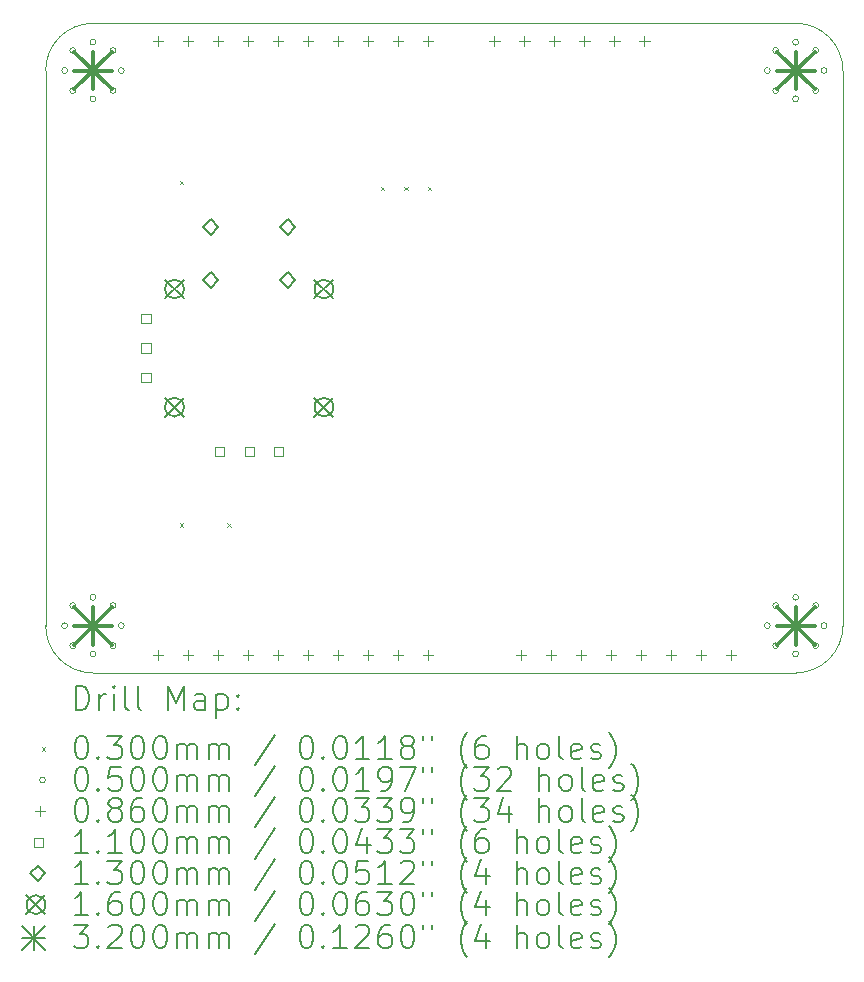
<source format=gbr>
%TF.GenerationSoftware,KiCad,Pcbnew,(6.0.10)*%
%TF.CreationDate,2023-06-21T21:11:55+02:00*%
%TF.ProjectId,FOX-PDA-v1 controller shield,464f582d-5044-4412-9d76-3120636f6e74,rev?*%
%TF.SameCoordinates,Original*%
%TF.FileFunction,Drillmap*%
%TF.FilePolarity,Positive*%
%FSLAX45Y45*%
G04 Gerber Fmt 4.5, Leading zero omitted, Abs format (unit mm)*
G04 Created by KiCad (PCBNEW (6.0.10)) date 2023-06-21 21:11:55*
%MOMM*%
%LPD*%
G01*
G04 APERTURE LIST*
%ADD10C,0.050000*%
%ADD11C,0.200000*%
%ADD12C,0.030000*%
%ADD13C,0.086000*%
%ADD14C,0.110000*%
%ADD15C,0.130000*%
%ADD16C,0.160000*%
%ADD17C,0.320000*%
G04 APERTURE END LIST*
D10*
X18500000Y-7250000D02*
X18500000Y-11950000D01*
X12150000Y-6850000D02*
X18100000Y-6850000D01*
X11750000Y-11950000D02*
G75*
G03*
X12150000Y-12350000I400000J0D01*
G01*
X18500000Y-7250000D02*
G75*
G03*
X18100000Y-6850000I-400000J0D01*
G01*
X12150000Y-6850000D02*
G75*
G03*
X11750000Y-7250000I0J-400000D01*
G01*
X18100000Y-12350000D02*
X12150000Y-12350000D01*
X11750000Y-11950000D02*
X11750000Y-7250000D01*
X18100000Y-12350000D02*
G75*
G03*
X18500000Y-11950000I0J400000D01*
G01*
D11*
D12*
X12885000Y-8185000D02*
X12915000Y-8215000D01*
X12915000Y-8185000D02*
X12885000Y-8215000D01*
X12885000Y-11085000D02*
X12915000Y-11115000D01*
X12915000Y-11085000D02*
X12885000Y-11115000D01*
X13285000Y-11085000D02*
X13315000Y-11115000D01*
X13315000Y-11085000D02*
X13285000Y-11115000D01*
X14585000Y-8235000D02*
X14615000Y-8265000D01*
X14615000Y-8235000D02*
X14585000Y-8265000D01*
X14785000Y-8235000D02*
X14815000Y-8265000D01*
X14815000Y-8235000D02*
X14785000Y-8265000D01*
X14985000Y-8235000D02*
X15015000Y-8265000D01*
X15015000Y-8235000D02*
X14985000Y-8265000D01*
D10*
X11935000Y-7250000D02*
G75*
G03*
X11935000Y-7250000I-25000J0D01*
G01*
X11935000Y-11950000D02*
G75*
G03*
X11935000Y-11950000I-25000J0D01*
G01*
X12005294Y-7080294D02*
G75*
G03*
X12005294Y-7080294I-25000J0D01*
G01*
X12005294Y-7419706D02*
G75*
G03*
X12005294Y-7419706I-25000J0D01*
G01*
X12005294Y-11780294D02*
G75*
G03*
X12005294Y-11780294I-25000J0D01*
G01*
X12005294Y-12119706D02*
G75*
G03*
X12005294Y-12119706I-25000J0D01*
G01*
X12175000Y-7010000D02*
G75*
G03*
X12175000Y-7010000I-25000J0D01*
G01*
X12175000Y-7490000D02*
G75*
G03*
X12175000Y-7490000I-25000J0D01*
G01*
X12175000Y-11710000D02*
G75*
G03*
X12175000Y-11710000I-25000J0D01*
G01*
X12175000Y-12190000D02*
G75*
G03*
X12175000Y-12190000I-25000J0D01*
G01*
X12344706Y-7080294D02*
G75*
G03*
X12344706Y-7080294I-25000J0D01*
G01*
X12344706Y-7419706D02*
G75*
G03*
X12344706Y-7419706I-25000J0D01*
G01*
X12344706Y-11780294D02*
G75*
G03*
X12344706Y-11780294I-25000J0D01*
G01*
X12344706Y-12119706D02*
G75*
G03*
X12344706Y-12119706I-25000J0D01*
G01*
X12415000Y-7250000D02*
G75*
G03*
X12415000Y-7250000I-25000J0D01*
G01*
X12415000Y-11950000D02*
G75*
G03*
X12415000Y-11950000I-25000J0D01*
G01*
X17885000Y-7250000D02*
G75*
G03*
X17885000Y-7250000I-25000J0D01*
G01*
X17885000Y-11950000D02*
G75*
G03*
X17885000Y-11950000I-25000J0D01*
G01*
X17955294Y-7080294D02*
G75*
G03*
X17955294Y-7080294I-25000J0D01*
G01*
X17955294Y-7419706D02*
G75*
G03*
X17955294Y-7419706I-25000J0D01*
G01*
X17955294Y-11780294D02*
G75*
G03*
X17955294Y-11780294I-25000J0D01*
G01*
X17955294Y-12119706D02*
G75*
G03*
X17955294Y-12119706I-25000J0D01*
G01*
X18125000Y-7010000D02*
G75*
G03*
X18125000Y-7010000I-25000J0D01*
G01*
X18125000Y-7490000D02*
G75*
G03*
X18125000Y-7490000I-25000J0D01*
G01*
X18125000Y-11710000D02*
G75*
G03*
X18125000Y-11710000I-25000J0D01*
G01*
X18125000Y-12190000D02*
G75*
G03*
X18125000Y-12190000I-25000J0D01*
G01*
X18294706Y-7080294D02*
G75*
G03*
X18294706Y-7080294I-25000J0D01*
G01*
X18294706Y-7419706D02*
G75*
G03*
X18294706Y-7419706I-25000J0D01*
G01*
X18294706Y-11780294D02*
G75*
G03*
X18294706Y-11780294I-25000J0D01*
G01*
X18294706Y-12119706D02*
G75*
G03*
X18294706Y-12119706I-25000J0D01*
G01*
X18365000Y-7250000D02*
G75*
G03*
X18365000Y-7250000I-25000J0D01*
G01*
X18365000Y-11950000D02*
G75*
G03*
X18365000Y-11950000I-25000J0D01*
G01*
D13*
X12700000Y-6957000D02*
X12700000Y-7043000D01*
X12657000Y-7000000D02*
X12743000Y-7000000D01*
X12700000Y-12157000D02*
X12700000Y-12243000D01*
X12657000Y-12200000D02*
X12743000Y-12200000D01*
X12954000Y-6957000D02*
X12954000Y-7043000D01*
X12911000Y-7000000D02*
X12997000Y-7000000D01*
X12954000Y-12157000D02*
X12954000Y-12243000D01*
X12911000Y-12200000D02*
X12997000Y-12200000D01*
X13208000Y-6957000D02*
X13208000Y-7043000D01*
X13165000Y-7000000D02*
X13251000Y-7000000D01*
X13208000Y-12157000D02*
X13208000Y-12243000D01*
X13165000Y-12200000D02*
X13251000Y-12200000D01*
X13462000Y-6957000D02*
X13462000Y-7043000D01*
X13419000Y-7000000D02*
X13505000Y-7000000D01*
X13462000Y-12157000D02*
X13462000Y-12243000D01*
X13419000Y-12200000D02*
X13505000Y-12200000D01*
X13716000Y-6957000D02*
X13716000Y-7043000D01*
X13673000Y-7000000D02*
X13759000Y-7000000D01*
X13716000Y-12157000D02*
X13716000Y-12243000D01*
X13673000Y-12200000D02*
X13759000Y-12200000D01*
X13970000Y-6957000D02*
X13970000Y-7043000D01*
X13927000Y-7000000D02*
X14013000Y-7000000D01*
X13970000Y-12157000D02*
X13970000Y-12243000D01*
X13927000Y-12200000D02*
X14013000Y-12200000D01*
X14224000Y-6957000D02*
X14224000Y-7043000D01*
X14181000Y-7000000D02*
X14267000Y-7000000D01*
X14224000Y-12157000D02*
X14224000Y-12243000D01*
X14181000Y-12200000D02*
X14267000Y-12200000D01*
X14478000Y-6957000D02*
X14478000Y-7043000D01*
X14435000Y-7000000D02*
X14521000Y-7000000D01*
X14478000Y-12157000D02*
X14478000Y-12243000D01*
X14435000Y-12200000D02*
X14521000Y-12200000D01*
X14732000Y-6957000D02*
X14732000Y-7043000D01*
X14689000Y-7000000D02*
X14775000Y-7000000D01*
X14732000Y-12157000D02*
X14732000Y-12243000D01*
X14689000Y-12200000D02*
X14775000Y-12200000D01*
X14986000Y-6957000D02*
X14986000Y-7043000D01*
X14943000Y-7000000D02*
X15029000Y-7000000D01*
X14986000Y-12157000D02*
X14986000Y-12243000D01*
X14943000Y-12200000D02*
X15029000Y-12200000D01*
X15550000Y-6957000D02*
X15550000Y-7043000D01*
X15507000Y-7000000D02*
X15593000Y-7000000D01*
X15772000Y-12157000D02*
X15772000Y-12243000D01*
X15729000Y-12200000D02*
X15815000Y-12200000D01*
X15804000Y-6957000D02*
X15804000Y-7043000D01*
X15761000Y-7000000D02*
X15847000Y-7000000D01*
X16026000Y-12157000D02*
X16026000Y-12243000D01*
X15983000Y-12200000D02*
X16069000Y-12200000D01*
X16058000Y-6957000D02*
X16058000Y-7043000D01*
X16015000Y-7000000D02*
X16101000Y-7000000D01*
X16280000Y-12157000D02*
X16280000Y-12243000D01*
X16237000Y-12200000D02*
X16323000Y-12200000D01*
X16312000Y-6957000D02*
X16312000Y-7043000D01*
X16269000Y-7000000D02*
X16355000Y-7000000D01*
X16534000Y-12157000D02*
X16534000Y-12243000D01*
X16491000Y-12200000D02*
X16577000Y-12200000D01*
X16566000Y-6957000D02*
X16566000Y-7043000D01*
X16523000Y-7000000D02*
X16609000Y-7000000D01*
X16788000Y-12157000D02*
X16788000Y-12243000D01*
X16745000Y-12200000D02*
X16831000Y-12200000D01*
X16820000Y-6957000D02*
X16820000Y-7043000D01*
X16777000Y-7000000D02*
X16863000Y-7000000D01*
X17042000Y-12157000D02*
X17042000Y-12243000D01*
X16999000Y-12200000D02*
X17085000Y-12200000D01*
X17296000Y-12157000D02*
X17296000Y-12243000D01*
X17253000Y-12200000D02*
X17339000Y-12200000D01*
X17550000Y-12157000D02*
X17550000Y-12243000D01*
X17507000Y-12200000D02*
X17593000Y-12200000D01*
D14*
X12638891Y-9388891D02*
X12638891Y-9311109D01*
X12561109Y-9311109D01*
X12561109Y-9388891D01*
X12638891Y-9388891D01*
X12638891Y-9638891D02*
X12638891Y-9561109D01*
X12561109Y-9561109D01*
X12561109Y-9638891D01*
X12638891Y-9638891D01*
X12638891Y-9888891D02*
X12638891Y-9811109D01*
X12561109Y-9811109D01*
X12561109Y-9888891D01*
X12638891Y-9888891D01*
X13261891Y-10511891D02*
X13261891Y-10434109D01*
X13184109Y-10434109D01*
X13184109Y-10511891D01*
X13261891Y-10511891D01*
X13511891Y-10511891D02*
X13511891Y-10434109D01*
X13434109Y-10434109D01*
X13434109Y-10511891D01*
X13511891Y-10511891D01*
X13761891Y-10511891D02*
X13761891Y-10434109D01*
X13684109Y-10434109D01*
X13684109Y-10511891D01*
X13761891Y-10511891D01*
D15*
X13148000Y-8640000D02*
X13213000Y-8575000D01*
X13148000Y-8510000D01*
X13083000Y-8575000D01*
X13148000Y-8640000D01*
X13148000Y-9090000D02*
X13213000Y-9025000D01*
X13148000Y-8960000D01*
X13083000Y-9025000D01*
X13148000Y-9090000D01*
X13798000Y-8640000D02*
X13863000Y-8575000D01*
X13798000Y-8510000D01*
X13733000Y-8575000D01*
X13798000Y-8640000D01*
X13798000Y-9090000D02*
X13863000Y-9025000D01*
X13798000Y-8960000D01*
X13733000Y-9025000D01*
X13798000Y-9090000D01*
D16*
X12760500Y-9020000D02*
X12920500Y-9180000D01*
X12920500Y-9020000D02*
X12760500Y-9180000D01*
X12920500Y-9100000D02*
G75*
G03*
X12920500Y-9100000I-80000J0D01*
G01*
X12760500Y-10020000D02*
X12920500Y-10180000D01*
X12920500Y-10020000D02*
X12760500Y-10180000D01*
X12920500Y-10100000D02*
G75*
G03*
X12920500Y-10100000I-80000J0D01*
G01*
X14025500Y-9020000D02*
X14185500Y-9180000D01*
X14185500Y-9020000D02*
X14025500Y-9180000D01*
X14185500Y-9100000D02*
G75*
G03*
X14185500Y-9100000I-80000J0D01*
G01*
X14025500Y-10020000D02*
X14185500Y-10180000D01*
X14185500Y-10020000D02*
X14025500Y-10180000D01*
X14185500Y-10100000D02*
G75*
G03*
X14185500Y-10100000I-80000J0D01*
G01*
D17*
X11990000Y-7090000D02*
X12310000Y-7410000D01*
X12310000Y-7090000D02*
X11990000Y-7410000D01*
X12150000Y-7090000D02*
X12150000Y-7410000D01*
X11990000Y-7250000D02*
X12310000Y-7250000D01*
X11990000Y-11790000D02*
X12310000Y-12110000D01*
X12310000Y-11790000D02*
X11990000Y-12110000D01*
X12150000Y-11790000D02*
X12150000Y-12110000D01*
X11990000Y-11950000D02*
X12310000Y-11950000D01*
X17940000Y-7090000D02*
X18260000Y-7410000D01*
X18260000Y-7090000D02*
X17940000Y-7410000D01*
X18100000Y-7090000D02*
X18100000Y-7410000D01*
X17940000Y-7250000D02*
X18260000Y-7250000D01*
X17940000Y-11790000D02*
X18260000Y-12110000D01*
X18260000Y-11790000D02*
X17940000Y-12110000D01*
X18100000Y-11790000D02*
X18100000Y-12110000D01*
X17940000Y-11950000D02*
X18260000Y-11950000D01*
D11*
X12005119Y-12662976D02*
X12005119Y-12462976D01*
X12052738Y-12462976D01*
X12081309Y-12472500D01*
X12100357Y-12491548D01*
X12109881Y-12510595D01*
X12119405Y-12548690D01*
X12119405Y-12577262D01*
X12109881Y-12615357D01*
X12100357Y-12634405D01*
X12081309Y-12653452D01*
X12052738Y-12662976D01*
X12005119Y-12662976D01*
X12205119Y-12662976D02*
X12205119Y-12529643D01*
X12205119Y-12567738D02*
X12214643Y-12548690D01*
X12224167Y-12539167D01*
X12243214Y-12529643D01*
X12262262Y-12529643D01*
X12328928Y-12662976D02*
X12328928Y-12529643D01*
X12328928Y-12462976D02*
X12319405Y-12472500D01*
X12328928Y-12482024D01*
X12338452Y-12472500D01*
X12328928Y-12462976D01*
X12328928Y-12482024D01*
X12452738Y-12662976D02*
X12433690Y-12653452D01*
X12424167Y-12634405D01*
X12424167Y-12462976D01*
X12557500Y-12662976D02*
X12538452Y-12653452D01*
X12528928Y-12634405D01*
X12528928Y-12462976D01*
X12786071Y-12662976D02*
X12786071Y-12462976D01*
X12852738Y-12605833D01*
X12919405Y-12462976D01*
X12919405Y-12662976D01*
X13100357Y-12662976D02*
X13100357Y-12558214D01*
X13090833Y-12539167D01*
X13071786Y-12529643D01*
X13033690Y-12529643D01*
X13014643Y-12539167D01*
X13100357Y-12653452D02*
X13081309Y-12662976D01*
X13033690Y-12662976D01*
X13014643Y-12653452D01*
X13005119Y-12634405D01*
X13005119Y-12615357D01*
X13014643Y-12596309D01*
X13033690Y-12586786D01*
X13081309Y-12586786D01*
X13100357Y-12577262D01*
X13195595Y-12529643D02*
X13195595Y-12729643D01*
X13195595Y-12539167D02*
X13214643Y-12529643D01*
X13252738Y-12529643D01*
X13271786Y-12539167D01*
X13281309Y-12548690D01*
X13290833Y-12567738D01*
X13290833Y-12624881D01*
X13281309Y-12643928D01*
X13271786Y-12653452D01*
X13252738Y-12662976D01*
X13214643Y-12662976D01*
X13195595Y-12653452D01*
X13376548Y-12643928D02*
X13386071Y-12653452D01*
X13376548Y-12662976D01*
X13367024Y-12653452D01*
X13376548Y-12643928D01*
X13376548Y-12662976D01*
X13376548Y-12539167D02*
X13386071Y-12548690D01*
X13376548Y-12558214D01*
X13367024Y-12548690D01*
X13376548Y-12539167D01*
X13376548Y-12558214D01*
D12*
X11717500Y-12977500D02*
X11747500Y-13007500D01*
X11747500Y-12977500D02*
X11717500Y-13007500D01*
D11*
X12043214Y-12882976D02*
X12062262Y-12882976D01*
X12081309Y-12892500D01*
X12090833Y-12902024D01*
X12100357Y-12921071D01*
X12109881Y-12959167D01*
X12109881Y-13006786D01*
X12100357Y-13044881D01*
X12090833Y-13063928D01*
X12081309Y-13073452D01*
X12062262Y-13082976D01*
X12043214Y-13082976D01*
X12024167Y-13073452D01*
X12014643Y-13063928D01*
X12005119Y-13044881D01*
X11995595Y-13006786D01*
X11995595Y-12959167D01*
X12005119Y-12921071D01*
X12014643Y-12902024D01*
X12024167Y-12892500D01*
X12043214Y-12882976D01*
X12195595Y-13063928D02*
X12205119Y-13073452D01*
X12195595Y-13082976D01*
X12186071Y-13073452D01*
X12195595Y-13063928D01*
X12195595Y-13082976D01*
X12271786Y-12882976D02*
X12395595Y-12882976D01*
X12328928Y-12959167D01*
X12357500Y-12959167D01*
X12376548Y-12968690D01*
X12386071Y-12978214D01*
X12395595Y-12997262D01*
X12395595Y-13044881D01*
X12386071Y-13063928D01*
X12376548Y-13073452D01*
X12357500Y-13082976D01*
X12300357Y-13082976D01*
X12281309Y-13073452D01*
X12271786Y-13063928D01*
X12519405Y-12882976D02*
X12538452Y-12882976D01*
X12557500Y-12892500D01*
X12567024Y-12902024D01*
X12576548Y-12921071D01*
X12586071Y-12959167D01*
X12586071Y-13006786D01*
X12576548Y-13044881D01*
X12567024Y-13063928D01*
X12557500Y-13073452D01*
X12538452Y-13082976D01*
X12519405Y-13082976D01*
X12500357Y-13073452D01*
X12490833Y-13063928D01*
X12481309Y-13044881D01*
X12471786Y-13006786D01*
X12471786Y-12959167D01*
X12481309Y-12921071D01*
X12490833Y-12902024D01*
X12500357Y-12892500D01*
X12519405Y-12882976D01*
X12709881Y-12882976D02*
X12728928Y-12882976D01*
X12747976Y-12892500D01*
X12757500Y-12902024D01*
X12767024Y-12921071D01*
X12776548Y-12959167D01*
X12776548Y-13006786D01*
X12767024Y-13044881D01*
X12757500Y-13063928D01*
X12747976Y-13073452D01*
X12728928Y-13082976D01*
X12709881Y-13082976D01*
X12690833Y-13073452D01*
X12681309Y-13063928D01*
X12671786Y-13044881D01*
X12662262Y-13006786D01*
X12662262Y-12959167D01*
X12671786Y-12921071D01*
X12681309Y-12902024D01*
X12690833Y-12892500D01*
X12709881Y-12882976D01*
X12862262Y-13082976D02*
X12862262Y-12949643D01*
X12862262Y-12968690D02*
X12871786Y-12959167D01*
X12890833Y-12949643D01*
X12919405Y-12949643D01*
X12938452Y-12959167D01*
X12947976Y-12978214D01*
X12947976Y-13082976D01*
X12947976Y-12978214D02*
X12957500Y-12959167D01*
X12976548Y-12949643D01*
X13005119Y-12949643D01*
X13024167Y-12959167D01*
X13033690Y-12978214D01*
X13033690Y-13082976D01*
X13128928Y-13082976D02*
X13128928Y-12949643D01*
X13128928Y-12968690D02*
X13138452Y-12959167D01*
X13157500Y-12949643D01*
X13186071Y-12949643D01*
X13205119Y-12959167D01*
X13214643Y-12978214D01*
X13214643Y-13082976D01*
X13214643Y-12978214D02*
X13224167Y-12959167D01*
X13243214Y-12949643D01*
X13271786Y-12949643D01*
X13290833Y-12959167D01*
X13300357Y-12978214D01*
X13300357Y-13082976D01*
X13690833Y-12873452D02*
X13519405Y-13130595D01*
X13947976Y-12882976D02*
X13967024Y-12882976D01*
X13986071Y-12892500D01*
X13995595Y-12902024D01*
X14005119Y-12921071D01*
X14014643Y-12959167D01*
X14014643Y-13006786D01*
X14005119Y-13044881D01*
X13995595Y-13063928D01*
X13986071Y-13073452D01*
X13967024Y-13082976D01*
X13947976Y-13082976D01*
X13928928Y-13073452D01*
X13919405Y-13063928D01*
X13909881Y-13044881D01*
X13900357Y-13006786D01*
X13900357Y-12959167D01*
X13909881Y-12921071D01*
X13919405Y-12902024D01*
X13928928Y-12892500D01*
X13947976Y-12882976D01*
X14100357Y-13063928D02*
X14109881Y-13073452D01*
X14100357Y-13082976D01*
X14090833Y-13073452D01*
X14100357Y-13063928D01*
X14100357Y-13082976D01*
X14233690Y-12882976D02*
X14252738Y-12882976D01*
X14271786Y-12892500D01*
X14281309Y-12902024D01*
X14290833Y-12921071D01*
X14300357Y-12959167D01*
X14300357Y-13006786D01*
X14290833Y-13044881D01*
X14281309Y-13063928D01*
X14271786Y-13073452D01*
X14252738Y-13082976D01*
X14233690Y-13082976D01*
X14214643Y-13073452D01*
X14205119Y-13063928D01*
X14195595Y-13044881D01*
X14186071Y-13006786D01*
X14186071Y-12959167D01*
X14195595Y-12921071D01*
X14205119Y-12902024D01*
X14214643Y-12892500D01*
X14233690Y-12882976D01*
X14490833Y-13082976D02*
X14376548Y-13082976D01*
X14433690Y-13082976D02*
X14433690Y-12882976D01*
X14414643Y-12911548D01*
X14395595Y-12930595D01*
X14376548Y-12940119D01*
X14681309Y-13082976D02*
X14567024Y-13082976D01*
X14624167Y-13082976D02*
X14624167Y-12882976D01*
X14605119Y-12911548D01*
X14586071Y-12930595D01*
X14567024Y-12940119D01*
X14795595Y-12968690D02*
X14776548Y-12959167D01*
X14767024Y-12949643D01*
X14757500Y-12930595D01*
X14757500Y-12921071D01*
X14767024Y-12902024D01*
X14776548Y-12892500D01*
X14795595Y-12882976D01*
X14833690Y-12882976D01*
X14852738Y-12892500D01*
X14862262Y-12902024D01*
X14871786Y-12921071D01*
X14871786Y-12930595D01*
X14862262Y-12949643D01*
X14852738Y-12959167D01*
X14833690Y-12968690D01*
X14795595Y-12968690D01*
X14776548Y-12978214D01*
X14767024Y-12987738D01*
X14757500Y-13006786D01*
X14757500Y-13044881D01*
X14767024Y-13063928D01*
X14776548Y-13073452D01*
X14795595Y-13082976D01*
X14833690Y-13082976D01*
X14852738Y-13073452D01*
X14862262Y-13063928D01*
X14871786Y-13044881D01*
X14871786Y-13006786D01*
X14862262Y-12987738D01*
X14852738Y-12978214D01*
X14833690Y-12968690D01*
X14947976Y-12882976D02*
X14947976Y-12921071D01*
X15024167Y-12882976D02*
X15024167Y-12921071D01*
X15319405Y-13159167D02*
X15309881Y-13149643D01*
X15290833Y-13121071D01*
X15281309Y-13102024D01*
X15271786Y-13073452D01*
X15262262Y-13025833D01*
X15262262Y-12987738D01*
X15271786Y-12940119D01*
X15281309Y-12911548D01*
X15290833Y-12892500D01*
X15309881Y-12863928D01*
X15319405Y-12854405D01*
X15481309Y-12882976D02*
X15443214Y-12882976D01*
X15424167Y-12892500D01*
X15414643Y-12902024D01*
X15395595Y-12930595D01*
X15386071Y-12968690D01*
X15386071Y-13044881D01*
X15395595Y-13063928D01*
X15405119Y-13073452D01*
X15424167Y-13082976D01*
X15462262Y-13082976D01*
X15481309Y-13073452D01*
X15490833Y-13063928D01*
X15500357Y-13044881D01*
X15500357Y-12997262D01*
X15490833Y-12978214D01*
X15481309Y-12968690D01*
X15462262Y-12959167D01*
X15424167Y-12959167D01*
X15405119Y-12968690D01*
X15395595Y-12978214D01*
X15386071Y-12997262D01*
X15738452Y-13082976D02*
X15738452Y-12882976D01*
X15824167Y-13082976D02*
X15824167Y-12978214D01*
X15814643Y-12959167D01*
X15795595Y-12949643D01*
X15767024Y-12949643D01*
X15747976Y-12959167D01*
X15738452Y-12968690D01*
X15947976Y-13082976D02*
X15928928Y-13073452D01*
X15919405Y-13063928D01*
X15909881Y-13044881D01*
X15909881Y-12987738D01*
X15919405Y-12968690D01*
X15928928Y-12959167D01*
X15947976Y-12949643D01*
X15976548Y-12949643D01*
X15995595Y-12959167D01*
X16005119Y-12968690D01*
X16014643Y-12987738D01*
X16014643Y-13044881D01*
X16005119Y-13063928D01*
X15995595Y-13073452D01*
X15976548Y-13082976D01*
X15947976Y-13082976D01*
X16128928Y-13082976D02*
X16109881Y-13073452D01*
X16100357Y-13054405D01*
X16100357Y-12882976D01*
X16281309Y-13073452D02*
X16262262Y-13082976D01*
X16224167Y-13082976D01*
X16205119Y-13073452D01*
X16195595Y-13054405D01*
X16195595Y-12978214D01*
X16205119Y-12959167D01*
X16224167Y-12949643D01*
X16262262Y-12949643D01*
X16281309Y-12959167D01*
X16290833Y-12978214D01*
X16290833Y-12997262D01*
X16195595Y-13016309D01*
X16367024Y-13073452D02*
X16386071Y-13082976D01*
X16424167Y-13082976D01*
X16443214Y-13073452D01*
X16452738Y-13054405D01*
X16452738Y-13044881D01*
X16443214Y-13025833D01*
X16424167Y-13016309D01*
X16395595Y-13016309D01*
X16376548Y-13006786D01*
X16367024Y-12987738D01*
X16367024Y-12978214D01*
X16376548Y-12959167D01*
X16395595Y-12949643D01*
X16424167Y-12949643D01*
X16443214Y-12959167D01*
X16519405Y-13159167D02*
X16528928Y-13149643D01*
X16547976Y-13121071D01*
X16557500Y-13102024D01*
X16567024Y-13073452D01*
X16576548Y-13025833D01*
X16576548Y-12987738D01*
X16567024Y-12940119D01*
X16557500Y-12911548D01*
X16547976Y-12892500D01*
X16528928Y-12863928D01*
X16519405Y-12854405D01*
D10*
X11747500Y-13256500D02*
G75*
G03*
X11747500Y-13256500I-25000J0D01*
G01*
D11*
X12043214Y-13146976D02*
X12062262Y-13146976D01*
X12081309Y-13156500D01*
X12090833Y-13166024D01*
X12100357Y-13185071D01*
X12109881Y-13223167D01*
X12109881Y-13270786D01*
X12100357Y-13308881D01*
X12090833Y-13327928D01*
X12081309Y-13337452D01*
X12062262Y-13346976D01*
X12043214Y-13346976D01*
X12024167Y-13337452D01*
X12014643Y-13327928D01*
X12005119Y-13308881D01*
X11995595Y-13270786D01*
X11995595Y-13223167D01*
X12005119Y-13185071D01*
X12014643Y-13166024D01*
X12024167Y-13156500D01*
X12043214Y-13146976D01*
X12195595Y-13327928D02*
X12205119Y-13337452D01*
X12195595Y-13346976D01*
X12186071Y-13337452D01*
X12195595Y-13327928D01*
X12195595Y-13346976D01*
X12386071Y-13146976D02*
X12290833Y-13146976D01*
X12281309Y-13242214D01*
X12290833Y-13232690D01*
X12309881Y-13223167D01*
X12357500Y-13223167D01*
X12376548Y-13232690D01*
X12386071Y-13242214D01*
X12395595Y-13261262D01*
X12395595Y-13308881D01*
X12386071Y-13327928D01*
X12376548Y-13337452D01*
X12357500Y-13346976D01*
X12309881Y-13346976D01*
X12290833Y-13337452D01*
X12281309Y-13327928D01*
X12519405Y-13146976D02*
X12538452Y-13146976D01*
X12557500Y-13156500D01*
X12567024Y-13166024D01*
X12576548Y-13185071D01*
X12586071Y-13223167D01*
X12586071Y-13270786D01*
X12576548Y-13308881D01*
X12567024Y-13327928D01*
X12557500Y-13337452D01*
X12538452Y-13346976D01*
X12519405Y-13346976D01*
X12500357Y-13337452D01*
X12490833Y-13327928D01*
X12481309Y-13308881D01*
X12471786Y-13270786D01*
X12471786Y-13223167D01*
X12481309Y-13185071D01*
X12490833Y-13166024D01*
X12500357Y-13156500D01*
X12519405Y-13146976D01*
X12709881Y-13146976D02*
X12728928Y-13146976D01*
X12747976Y-13156500D01*
X12757500Y-13166024D01*
X12767024Y-13185071D01*
X12776548Y-13223167D01*
X12776548Y-13270786D01*
X12767024Y-13308881D01*
X12757500Y-13327928D01*
X12747976Y-13337452D01*
X12728928Y-13346976D01*
X12709881Y-13346976D01*
X12690833Y-13337452D01*
X12681309Y-13327928D01*
X12671786Y-13308881D01*
X12662262Y-13270786D01*
X12662262Y-13223167D01*
X12671786Y-13185071D01*
X12681309Y-13166024D01*
X12690833Y-13156500D01*
X12709881Y-13146976D01*
X12862262Y-13346976D02*
X12862262Y-13213643D01*
X12862262Y-13232690D02*
X12871786Y-13223167D01*
X12890833Y-13213643D01*
X12919405Y-13213643D01*
X12938452Y-13223167D01*
X12947976Y-13242214D01*
X12947976Y-13346976D01*
X12947976Y-13242214D02*
X12957500Y-13223167D01*
X12976548Y-13213643D01*
X13005119Y-13213643D01*
X13024167Y-13223167D01*
X13033690Y-13242214D01*
X13033690Y-13346976D01*
X13128928Y-13346976D02*
X13128928Y-13213643D01*
X13128928Y-13232690D02*
X13138452Y-13223167D01*
X13157500Y-13213643D01*
X13186071Y-13213643D01*
X13205119Y-13223167D01*
X13214643Y-13242214D01*
X13214643Y-13346976D01*
X13214643Y-13242214D02*
X13224167Y-13223167D01*
X13243214Y-13213643D01*
X13271786Y-13213643D01*
X13290833Y-13223167D01*
X13300357Y-13242214D01*
X13300357Y-13346976D01*
X13690833Y-13137452D02*
X13519405Y-13394595D01*
X13947976Y-13146976D02*
X13967024Y-13146976D01*
X13986071Y-13156500D01*
X13995595Y-13166024D01*
X14005119Y-13185071D01*
X14014643Y-13223167D01*
X14014643Y-13270786D01*
X14005119Y-13308881D01*
X13995595Y-13327928D01*
X13986071Y-13337452D01*
X13967024Y-13346976D01*
X13947976Y-13346976D01*
X13928928Y-13337452D01*
X13919405Y-13327928D01*
X13909881Y-13308881D01*
X13900357Y-13270786D01*
X13900357Y-13223167D01*
X13909881Y-13185071D01*
X13919405Y-13166024D01*
X13928928Y-13156500D01*
X13947976Y-13146976D01*
X14100357Y-13327928D02*
X14109881Y-13337452D01*
X14100357Y-13346976D01*
X14090833Y-13337452D01*
X14100357Y-13327928D01*
X14100357Y-13346976D01*
X14233690Y-13146976D02*
X14252738Y-13146976D01*
X14271786Y-13156500D01*
X14281309Y-13166024D01*
X14290833Y-13185071D01*
X14300357Y-13223167D01*
X14300357Y-13270786D01*
X14290833Y-13308881D01*
X14281309Y-13327928D01*
X14271786Y-13337452D01*
X14252738Y-13346976D01*
X14233690Y-13346976D01*
X14214643Y-13337452D01*
X14205119Y-13327928D01*
X14195595Y-13308881D01*
X14186071Y-13270786D01*
X14186071Y-13223167D01*
X14195595Y-13185071D01*
X14205119Y-13166024D01*
X14214643Y-13156500D01*
X14233690Y-13146976D01*
X14490833Y-13346976D02*
X14376548Y-13346976D01*
X14433690Y-13346976D02*
X14433690Y-13146976D01*
X14414643Y-13175548D01*
X14395595Y-13194595D01*
X14376548Y-13204119D01*
X14586071Y-13346976D02*
X14624167Y-13346976D01*
X14643214Y-13337452D01*
X14652738Y-13327928D01*
X14671786Y-13299357D01*
X14681309Y-13261262D01*
X14681309Y-13185071D01*
X14671786Y-13166024D01*
X14662262Y-13156500D01*
X14643214Y-13146976D01*
X14605119Y-13146976D01*
X14586071Y-13156500D01*
X14576548Y-13166024D01*
X14567024Y-13185071D01*
X14567024Y-13232690D01*
X14576548Y-13251738D01*
X14586071Y-13261262D01*
X14605119Y-13270786D01*
X14643214Y-13270786D01*
X14662262Y-13261262D01*
X14671786Y-13251738D01*
X14681309Y-13232690D01*
X14747976Y-13146976D02*
X14881309Y-13146976D01*
X14795595Y-13346976D01*
X14947976Y-13146976D02*
X14947976Y-13185071D01*
X15024167Y-13146976D02*
X15024167Y-13185071D01*
X15319405Y-13423167D02*
X15309881Y-13413643D01*
X15290833Y-13385071D01*
X15281309Y-13366024D01*
X15271786Y-13337452D01*
X15262262Y-13289833D01*
X15262262Y-13251738D01*
X15271786Y-13204119D01*
X15281309Y-13175548D01*
X15290833Y-13156500D01*
X15309881Y-13127928D01*
X15319405Y-13118405D01*
X15376548Y-13146976D02*
X15500357Y-13146976D01*
X15433690Y-13223167D01*
X15462262Y-13223167D01*
X15481309Y-13232690D01*
X15490833Y-13242214D01*
X15500357Y-13261262D01*
X15500357Y-13308881D01*
X15490833Y-13327928D01*
X15481309Y-13337452D01*
X15462262Y-13346976D01*
X15405119Y-13346976D01*
X15386071Y-13337452D01*
X15376548Y-13327928D01*
X15576548Y-13166024D02*
X15586071Y-13156500D01*
X15605119Y-13146976D01*
X15652738Y-13146976D01*
X15671786Y-13156500D01*
X15681309Y-13166024D01*
X15690833Y-13185071D01*
X15690833Y-13204119D01*
X15681309Y-13232690D01*
X15567024Y-13346976D01*
X15690833Y-13346976D01*
X15928928Y-13346976D02*
X15928928Y-13146976D01*
X16014643Y-13346976D02*
X16014643Y-13242214D01*
X16005119Y-13223167D01*
X15986071Y-13213643D01*
X15957500Y-13213643D01*
X15938452Y-13223167D01*
X15928928Y-13232690D01*
X16138452Y-13346976D02*
X16119405Y-13337452D01*
X16109881Y-13327928D01*
X16100357Y-13308881D01*
X16100357Y-13251738D01*
X16109881Y-13232690D01*
X16119405Y-13223167D01*
X16138452Y-13213643D01*
X16167024Y-13213643D01*
X16186071Y-13223167D01*
X16195595Y-13232690D01*
X16205119Y-13251738D01*
X16205119Y-13308881D01*
X16195595Y-13327928D01*
X16186071Y-13337452D01*
X16167024Y-13346976D01*
X16138452Y-13346976D01*
X16319405Y-13346976D02*
X16300357Y-13337452D01*
X16290833Y-13318405D01*
X16290833Y-13146976D01*
X16471786Y-13337452D02*
X16452738Y-13346976D01*
X16414643Y-13346976D01*
X16395595Y-13337452D01*
X16386071Y-13318405D01*
X16386071Y-13242214D01*
X16395595Y-13223167D01*
X16414643Y-13213643D01*
X16452738Y-13213643D01*
X16471786Y-13223167D01*
X16481309Y-13242214D01*
X16481309Y-13261262D01*
X16386071Y-13280309D01*
X16557500Y-13337452D02*
X16576548Y-13346976D01*
X16614643Y-13346976D01*
X16633690Y-13337452D01*
X16643214Y-13318405D01*
X16643214Y-13308881D01*
X16633690Y-13289833D01*
X16614643Y-13280309D01*
X16586071Y-13280309D01*
X16567024Y-13270786D01*
X16557500Y-13251738D01*
X16557500Y-13242214D01*
X16567024Y-13223167D01*
X16586071Y-13213643D01*
X16614643Y-13213643D01*
X16633690Y-13223167D01*
X16709881Y-13423167D02*
X16719405Y-13413643D01*
X16738452Y-13385071D01*
X16747976Y-13366024D01*
X16757500Y-13337452D01*
X16767024Y-13289833D01*
X16767024Y-13251738D01*
X16757500Y-13204119D01*
X16747976Y-13175548D01*
X16738452Y-13156500D01*
X16719405Y-13127928D01*
X16709881Y-13118405D01*
D13*
X11704500Y-13477500D02*
X11704500Y-13563500D01*
X11661500Y-13520500D02*
X11747500Y-13520500D01*
D11*
X12043214Y-13410976D02*
X12062262Y-13410976D01*
X12081309Y-13420500D01*
X12090833Y-13430024D01*
X12100357Y-13449071D01*
X12109881Y-13487167D01*
X12109881Y-13534786D01*
X12100357Y-13572881D01*
X12090833Y-13591928D01*
X12081309Y-13601452D01*
X12062262Y-13610976D01*
X12043214Y-13610976D01*
X12024167Y-13601452D01*
X12014643Y-13591928D01*
X12005119Y-13572881D01*
X11995595Y-13534786D01*
X11995595Y-13487167D01*
X12005119Y-13449071D01*
X12014643Y-13430024D01*
X12024167Y-13420500D01*
X12043214Y-13410976D01*
X12195595Y-13591928D02*
X12205119Y-13601452D01*
X12195595Y-13610976D01*
X12186071Y-13601452D01*
X12195595Y-13591928D01*
X12195595Y-13610976D01*
X12319405Y-13496690D02*
X12300357Y-13487167D01*
X12290833Y-13477643D01*
X12281309Y-13458595D01*
X12281309Y-13449071D01*
X12290833Y-13430024D01*
X12300357Y-13420500D01*
X12319405Y-13410976D01*
X12357500Y-13410976D01*
X12376548Y-13420500D01*
X12386071Y-13430024D01*
X12395595Y-13449071D01*
X12395595Y-13458595D01*
X12386071Y-13477643D01*
X12376548Y-13487167D01*
X12357500Y-13496690D01*
X12319405Y-13496690D01*
X12300357Y-13506214D01*
X12290833Y-13515738D01*
X12281309Y-13534786D01*
X12281309Y-13572881D01*
X12290833Y-13591928D01*
X12300357Y-13601452D01*
X12319405Y-13610976D01*
X12357500Y-13610976D01*
X12376548Y-13601452D01*
X12386071Y-13591928D01*
X12395595Y-13572881D01*
X12395595Y-13534786D01*
X12386071Y-13515738D01*
X12376548Y-13506214D01*
X12357500Y-13496690D01*
X12567024Y-13410976D02*
X12528928Y-13410976D01*
X12509881Y-13420500D01*
X12500357Y-13430024D01*
X12481309Y-13458595D01*
X12471786Y-13496690D01*
X12471786Y-13572881D01*
X12481309Y-13591928D01*
X12490833Y-13601452D01*
X12509881Y-13610976D01*
X12547976Y-13610976D01*
X12567024Y-13601452D01*
X12576548Y-13591928D01*
X12586071Y-13572881D01*
X12586071Y-13525262D01*
X12576548Y-13506214D01*
X12567024Y-13496690D01*
X12547976Y-13487167D01*
X12509881Y-13487167D01*
X12490833Y-13496690D01*
X12481309Y-13506214D01*
X12471786Y-13525262D01*
X12709881Y-13410976D02*
X12728928Y-13410976D01*
X12747976Y-13420500D01*
X12757500Y-13430024D01*
X12767024Y-13449071D01*
X12776548Y-13487167D01*
X12776548Y-13534786D01*
X12767024Y-13572881D01*
X12757500Y-13591928D01*
X12747976Y-13601452D01*
X12728928Y-13610976D01*
X12709881Y-13610976D01*
X12690833Y-13601452D01*
X12681309Y-13591928D01*
X12671786Y-13572881D01*
X12662262Y-13534786D01*
X12662262Y-13487167D01*
X12671786Y-13449071D01*
X12681309Y-13430024D01*
X12690833Y-13420500D01*
X12709881Y-13410976D01*
X12862262Y-13610976D02*
X12862262Y-13477643D01*
X12862262Y-13496690D02*
X12871786Y-13487167D01*
X12890833Y-13477643D01*
X12919405Y-13477643D01*
X12938452Y-13487167D01*
X12947976Y-13506214D01*
X12947976Y-13610976D01*
X12947976Y-13506214D02*
X12957500Y-13487167D01*
X12976548Y-13477643D01*
X13005119Y-13477643D01*
X13024167Y-13487167D01*
X13033690Y-13506214D01*
X13033690Y-13610976D01*
X13128928Y-13610976D02*
X13128928Y-13477643D01*
X13128928Y-13496690D02*
X13138452Y-13487167D01*
X13157500Y-13477643D01*
X13186071Y-13477643D01*
X13205119Y-13487167D01*
X13214643Y-13506214D01*
X13214643Y-13610976D01*
X13214643Y-13506214D02*
X13224167Y-13487167D01*
X13243214Y-13477643D01*
X13271786Y-13477643D01*
X13290833Y-13487167D01*
X13300357Y-13506214D01*
X13300357Y-13610976D01*
X13690833Y-13401452D02*
X13519405Y-13658595D01*
X13947976Y-13410976D02*
X13967024Y-13410976D01*
X13986071Y-13420500D01*
X13995595Y-13430024D01*
X14005119Y-13449071D01*
X14014643Y-13487167D01*
X14014643Y-13534786D01*
X14005119Y-13572881D01*
X13995595Y-13591928D01*
X13986071Y-13601452D01*
X13967024Y-13610976D01*
X13947976Y-13610976D01*
X13928928Y-13601452D01*
X13919405Y-13591928D01*
X13909881Y-13572881D01*
X13900357Y-13534786D01*
X13900357Y-13487167D01*
X13909881Y-13449071D01*
X13919405Y-13430024D01*
X13928928Y-13420500D01*
X13947976Y-13410976D01*
X14100357Y-13591928D02*
X14109881Y-13601452D01*
X14100357Y-13610976D01*
X14090833Y-13601452D01*
X14100357Y-13591928D01*
X14100357Y-13610976D01*
X14233690Y-13410976D02*
X14252738Y-13410976D01*
X14271786Y-13420500D01*
X14281309Y-13430024D01*
X14290833Y-13449071D01*
X14300357Y-13487167D01*
X14300357Y-13534786D01*
X14290833Y-13572881D01*
X14281309Y-13591928D01*
X14271786Y-13601452D01*
X14252738Y-13610976D01*
X14233690Y-13610976D01*
X14214643Y-13601452D01*
X14205119Y-13591928D01*
X14195595Y-13572881D01*
X14186071Y-13534786D01*
X14186071Y-13487167D01*
X14195595Y-13449071D01*
X14205119Y-13430024D01*
X14214643Y-13420500D01*
X14233690Y-13410976D01*
X14367024Y-13410976D02*
X14490833Y-13410976D01*
X14424167Y-13487167D01*
X14452738Y-13487167D01*
X14471786Y-13496690D01*
X14481309Y-13506214D01*
X14490833Y-13525262D01*
X14490833Y-13572881D01*
X14481309Y-13591928D01*
X14471786Y-13601452D01*
X14452738Y-13610976D01*
X14395595Y-13610976D01*
X14376548Y-13601452D01*
X14367024Y-13591928D01*
X14557500Y-13410976D02*
X14681309Y-13410976D01*
X14614643Y-13487167D01*
X14643214Y-13487167D01*
X14662262Y-13496690D01*
X14671786Y-13506214D01*
X14681309Y-13525262D01*
X14681309Y-13572881D01*
X14671786Y-13591928D01*
X14662262Y-13601452D01*
X14643214Y-13610976D01*
X14586071Y-13610976D01*
X14567024Y-13601452D01*
X14557500Y-13591928D01*
X14776548Y-13610976D02*
X14814643Y-13610976D01*
X14833690Y-13601452D01*
X14843214Y-13591928D01*
X14862262Y-13563357D01*
X14871786Y-13525262D01*
X14871786Y-13449071D01*
X14862262Y-13430024D01*
X14852738Y-13420500D01*
X14833690Y-13410976D01*
X14795595Y-13410976D01*
X14776548Y-13420500D01*
X14767024Y-13430024D01*
X14757500Y-13449071D01*
X14757500Y-13496690D01*
X14767024Y-13515738D01*
X14776548Y-13525262D01*
X14795595Y-13534786D01*
X14833690Y-13534786D01*
X14852738Y-13525262D01*
X14862262Y-13515738D01*
X14871786Y-13496690D01*
X14947976Y-13410976D02*
X14947976Y-13449071D01*
X15024167Y-13410976D02*
X15024167Y-13449071D01*
X15319405Y-13687167D02*
X15309881Y-13677643D01*
X15290833Y-13649071D01*
X15281309Y-13630024D01*
X15271786Y-13601452D01*
X15262262Y-13553833D01*
X15262262Y-13515738D01*
X15271786Y-13468119D01*
X15281309Y-13439548D01*
X15290833Y-13420500D01*
X15309881Y-13391928D01*
X15319405Y-13382405D01*
X15376548Y-13410976D02*
X15500357Y-13410976D01*
X15433690Y-13487167D01*
X15462262Y-13487167D01*
X15481309Y-13496690D01*
X15490833Y-13506214D01*
X15500357Y-13525262D01*
X15500357Y-13572881D01*
X15490833Y-13591928D01*
X15481309Y-13601452D01*
X15462262Y-13610976D01*
X15405119Y-13610976D01*
X15386071Y-13601452D01*
X15376548Y-13591928D01*
X15671786Y-13477643D02*
X15671786Y-13610976D01*
X15624167Y-13401452D02*
X15576548Y-13544309D01*
X15700357Y-13544309D01*
X15928928Y-13610976D02*
X15928928Y-13410976D01*
X16014643Y-13610976D02*
X16014643Y-13506214D01*
X16005119Y-13487167D01*
X15986071Y-13477643D01*
X15957500Y-13477643D01*
X15938452Y-13487167D01*
X15928928Y-13496690D01*
X16138452Y-13610976D02*
X16119405Y-13601452D01*
X16109881Y-13591928D01*
X16100357Y-13572881D01*
X16100357Y-13515738D01*
X16109881Y-13496690D01*
X16119405Y-13487167D01*
X16138452Y-13477643D01*
X16167024Y-13477643D01*
X16186071Y-13487167D01*
X16195595Y-13496690D01*
X16205119Y-13515738D01*
X16205119Y-13572881D01*
X16195595Y-13591928D01*
X16186071Y-13601452D01*
X16167024Y-13610976D01*
X16138452Y-13610976D01*
X16319405Y-13610976D02*
X16300357Y-13601452D01*
X16290833Y-13582405D01*
X16290833Y-13410976D01*
X16471786Y-13601452D02*
X16452738Y-13610976D01*
X16414643Y-13610976D01*
X16395595Y-13601452D01*
X16386071Y-13582405D01*
X16386071Y-13506214D01*
X16395595Y-13487167D01*
X16414643Y-13477643D01*
X16452738Y-13477643D01*
X16471786Y-13487167D01*
X16481309Y-13506214D01*
X16481309Y-13525262D01*
X16386071Y-13544309D01*
X16557500Y-13601452D02*
X16576548Y-13610976D01*
X16614643Y-13610976D01*
X16633690Y-13601452D01*
X16643214Y-13582405D01*
X16643214Y-13572881D01*
X16633690Y-13553833D01*
X16614643Y-13544309D01*
X16586071Y-13544309D01*
X16567024Y-13534786D01*
X16557500Y-13515738D01*
X16557500Y-13506214D01*
X16567024Y-13487167D01*
X16586071Y-13477643D01*
X16614643Y-13477643D01*
X16633690Y-13487167D01*
X16709881Y-13687167D02*
X16719405Y-13677643D01*
X16738452Y-13649071D01*
X16747976Y-13630024D01*
X16757500Y-13601452D01*
X16767024Y-13553833D01*
X16767024Y-13515738D01*
X16757500Y-13468119D01*
X16747976Y-13439548D01*
X16738452Y-13420500D01*
X16719405Y-13391928D01*
X16709881Y-13382405D01*
D14*
X11731391Y-13823391D02*
X11731391Y-13745609D01*
X11653609Y-13745609D01*
X11653609Y-13823391D01*
X11731391Y-13823391D01*
D11*
X12109881Y-13874976D02*
X11995595Y-13874976D01*
X12052738Y-13874976D02*
X12052738Y-13674976D01*
X12033690Y-13703548D01*
X12014643Y-13722595D01*
X11995595Y-13732119D01*
X12195595Y-13855928D02*
X12205119Y-13865452D01*
X12195595Y-13874976D01*
X12186071Y-13865452D01*
X12195595Y-13855928D01*
X12195595Y-13874976D01*
X12395595Y-13874976D02*
X12281309Y-13874976D01*
X12338452Y-13874976D02*
X12338452Y-13674976D01*
X12319405Y-13703548D01*
X12300357Y-13722595D01*
X12281309Y-13732119D01*
X12519405Y-13674976D02*
X12538452Y-13674976D01*
X12557500Y-13684500D01*
X12567024Y-13694024D01*
X12576548Y-13713071D01*
X12586071Y-13751167D01*
X12586071Y-13798786D01*
X12576548Y-13836881D01*
X12567024Y-13855928D01*
X12557500Y-13865452D01*
X12538452Y-13874976D01*
X12519405Y-13874976D01*
X12500357Y-13865452D01*
X12490833Y-13855928D01*
X12481309Y-13836881D01*
X12471786Y-13798786D01*
X12471786Y-13751167D01*
X12481309Y-13713071D01*
X12490833Y-13694024D01*
X12500357Y-13684500D01*
X12519405Y-13674976D01*
X12709881Y-13674976D02*
X12728928Y-13674976D01*
X12747976Y-13684500D01*
X12757500Y-13694024D01*
X12767024Y-13713071D01*
X12776548Y-13751167D01*
X12776548Y-13798786D01*
X12767024Y-13836881D01*
X12757500Y-13855928D01*
X12747976Y-13865452D01*
X12728928Y-13874976D01*
X12709881Y-13874976D01*
X12690833Y-13865452D01*
X12681309Y-13855928D01*
X12671786Y-13836881D01*
X12662262Y-13798786D01*
X12662262Y-13751167D01*
X12671786Y-13713071D01*
X12681309Y-13694024D01*
X12690833Y-13684500D01*
X12709881Y-13674976D01*
X12862262Y-13874976D02*
X12862262Y-13741643D01*
X12862262Y-13760690D02*
X12871786Y-13751167D01*
X12890833Y-13741643D01*
X12919405Y-13741643D01*
X12938452Y-13751167D01*
X12947976Y-13770214D01*
X12947976Y-13874976D01*
X12947976Y-13770214D02*
X12957500Y-13751167D01*
X12976548Y-13741643D01*
X13005119Y-13741643D01*
X13024167Y-13751167D01*
X13033690Y-13770214D01*
X13033690Y-13874976D01*
X13128928Y-13874976D02*
X13128928Y-13741643D01*
X13128928Y-13760690D02*
X13138452Y-13751167D01*
X13157500Y-13741643D01*
X13186071Y-13741643D01*
X13205119Y-13751167D01*
X13214643Y-13770214D01*
X13214643Y-13874976D01*
X13214643Y-13770214D02*
X13224167Y-13751167D01*
X13243214Y-13741643D01*
X13271786Y-13741643D01*
X13290833Y-13751167D01*
X13300357Y-13770214D01*
X13300357Y-13874976D01*
X13690833Y-13665452D02*
X13519405Y-13922595D01*
X13947976Y-13674976D02*
X13967024Y-13674976D01*
X13986071Y-13684500D01*
X13995595Y-13694024D01*
X14005119Y-13713071D01*
X14014643Y-13751167D01*
X14014643Y-13798786D01*
X14005119Y-13836881D01*
X13995595Y-13855928D01*
X13986071Y-13865452D01*
X13967024Y-13874976D01*
X13947976Y-13874976D01*
X13928928Y-13865452D01*
X13919405Y-13855928D01*
X13909881Y-13836881D01*
X13900357Y-13798786D01*
X13900357Y-13751167D01*
X13909881Y-13713071D01*
X13919405Y-13694024D01*
X13928928Y-13684500D01*
X13947976Y-13674976D01*
X14100357Y-13855928D02*
X14109881Y-13865452D01*
X14100357Y-13874976D01*
X14090833Y-13865452D01*
X14100357Y-13855928D01*
X14100357Y-13874976D01*
X14233690Y-13674976D02*
X14252738Y-13674976D01*
X14271786Y-13684500D01*
X14281309Y-13694024D01*
X14290833Y-13713071D01*
X14300357Y-13751167D01*
X14300357Y-13798786D01*
X14290833Y-13836881D01*
X14281309Y-13855928D01*
X14271786Y-13865452D01*
X14252738Y-13874976D01*
X14233690Y-13874976D01*
X14214643Y-13865452D01*
X14205119Y-13855928D01*
X14195595Y-13836881D01*
X14186071Y-13798786D01*
X14186071Y-13751167D01*
X14195595Y-13713071D01*
X14205119Y-13694024D01*
X14214643Y-13684500D01*
X14233690Y-13674976D01*
X14471786Y-13741643D02*
X14471786Y-13874976D01*
X14424167Y-13665452D02*
X14376548Y-13808309D01*
X14500357Y-13808309D01*
X14557500Y-13674976D02*
X14681309Y-13674976D01*
X14614643Y-13751167D01*
X14643214Y-13751167D01*
X14662262Y-13760690D01*
X14671786Y-13770214D01*
X14681309Y-13789262D01*
X14681309Y-13836881D01*
X14671786Y-13855928D01*
X14662262Y-13865452D01*
X14643214Y-13874976D01*
X14586071Y-13874976D01*
X14567024Y-13865452D01*
X14557500Y-13855928D01*
X14747976Y-13674976D02*
X14871786Y-13674976D01*
X14805119Y-13751167D01*
X14833690Y-13751167D01*
X14852738Y-13760690D01*
X14862262Y-13770214D01*
X14871786Y-13789262D01*
X14871786Y-13836881D01*
X14862262Y-13855928D01*
X14852738Y-13865452D01*
X14833690Y-13874976D01*
X14776548Y-13874976D01*
X14757500Y-13865452D01*
X14747976Y-13855928D01*
X14947976Y-13674976D02*
X14947976Y-13713071D01*
X15024167Y-13674976D02*
X15024167Y-13713071D01*
X15319405Y-13951167D02*
X15309881Y-13941643D01*
X15290833Y-13913071D01*
X15281309Y-13894024D01*
X15271786Y-13865452D01*
X15262262Y-13817833D01*
X15262262Y-13779738D01*
X15271786Y-13732119D01*
X15281309Y-13703548D01*
X15290833Y-13684500D01*
X15309881Y-13655928D01*
X15319405Y-13646405D01*
X15481309Y-13674976D02*
X15443214Y-13674976D01*
X15424167Y-13684500D01*
X15414643Y-13694024D01*
X15395595Y-13722595D01*
X15386071Y-13760690D01*
X15386071Y-13836881D01*
X15395595Y-13855928D01*
X15405119Y-13865452D01*
X15424167Y-13874976D01*
X15462262Y-13874976D01*
X15481309Y-13865452D01*
X15490833Y-13855928D01*
X15500357Y-13836881D01*
X15500357Y-13789262D01*
X15490833Y-13770214D01*
X15481309Y-13760690D01*
X15462262Y-13751167D01*
X15424167Y-13751167D01*
X15405119Y-13760690D01*
X15395595Y-13770214D01*
X15386071Y-13789262D01*
X15738452Y-13874976D02*
X15738452Y-13674976D01*
X15824167Y-13874976D02*
X15824167Y-13770214D01*
X15814643Y-13751167D01*
X15795595Y-13741643D01*
X15767024Y-13741643D01*
X15747976Y-13751167D01*
X15738452Y-13760690D01*
X15947976Y-13874976D02*
X15928928Y-13865452D01*
X15919405Y-13855928D01*
X15909881Y-13836881D01*
X15909881Y-13779738D01*
X15919405Y-13760690D01*
X15928928Y-13751167D01*
X15947976Y-13741643D01*
X15976548Y-13741643D01*
X15995595Y-13751167D01*
X16005119Y-13760690D01*
X16014643Y-13779738D01*
X16014643Y-13836881D01*
X16005119Y-13855928D01*
X15995595Y-13865452D01*
X15976548Y-13874976D01*
X15947976Y-13874976D01*
X16128928Y-13874976D02*
X16109881Y-13865452D01*
X16100357Y-13846405D01*
X16100357Y-13674976D01*
X16281309Y-13865452D02*
X16262262Y-13874976D01*
X16224167Y-13874976D01*
X16205119Y-13865452D01*
X16195595Y-13846405D01*
X16195595Y-13770214D01*
X16205119Y-13751167D01*
X16224167Y-13741643D01*
X16262262Y-13741643D01*
X16281309Y-13751167D01*
X16290833Y-13770214D01*
X16290833Y-13789262D01*
X16195595Y-13808309D01*
X16367024Y-13865452D02*
X16386071Y-13874976D01*
X16424167Y-13874976D01*
X16443214Y-13865452D01*
X16452738Y-13846405D01*
X16452738Y-13836881D01*
X16443214Y-13817833D01*
X16424167Y-13808309D01*
X16395595Y-13808309D01*
X16376548Y-13798786D01*
X16367024Y-13779738D01*
X16367024Y-13770214D01*
X16376548Y-13751167D01*
X16395595Y-13741643D01*
X16424167Y-13741643D01*
X16443214Y-13751167D01*
X16519405Y-13951167D02*
X16528928Y-13941643D01*
X16547976Y-13913071D01*
X16557500Y-13894024D01*
X16567024Y-13865452D01*
X16576548Y-13817833D01*
X16576548Y-13779738D01*
X16567024Y-13732119D01*
X16557500Y-13703548D01*
X16547976Y-13684500D01*
X16528928Y-13655928D01*
X16519405Y-13646405D01*
D15*
X11682500Y-14113500D02*
X11747500Y-14048500D01*
X11682500Y-13983500D01*
X11617500Y-14048500D01*
X11682500Y-14113500D01*
D11*
X12109881Y-14138976D02*
X11995595Y-14138976D01*
X12052738Y-14138976D02*
X12052738Y-13938976D01*
X12033690Y-13967548D01*
X12014643Y-13986595D01*
X11995595Y-13996119D01*
X12195595Y-14119928D02*
X12205119Y-14129452D01*
X12195595Y-14138976D01*
X12186071Y-14129452D01*
X12195595Y-14119928D01*
X12195595Y-14138976D01*
X12271786Y-13938976D02*
X12395595Y-13938976D01*
X12328928Y-14015167D01*
X12357500Y-14015167D01*
X12376548Y-14024690D01*
X12386071Y-14034214D01*
X12395595Y-14053262D01*
X12395595Y-14100881D01*
X12386071Y-14119928D01*
X12376548Y-14129452D01*
X12357500Y-14138976D01*
X12300357Y-14138976D01*
X12281309Y-14129452D01*
X12271786Y-14119928D01*
X12519405Y-13938976D02*
X12538452Y-13938976D01*
X12557500Y-13948500D01*
X12567024Y-13958024D01*
X12576548Y-13977071D01*
X12586071Y-14015167D01*
X12586071Y-14062786D01*
X12576548Y-14100881D01*
X12567024Y-14119928D01*
X12557500Y-14129452D01*
X12538452Y-14138976D01*
X12519405Y-14138976D01*
X12500357Y-14129452D01*
X12490833Y-14119928D01*
X12481309Y-14100881D01*
X12471786Y-14062786D01*
X12471786Y-14015167D01*
X12481309Y-13977071D01*
X12490833Y-13958024D01*
X12500357Y-13948500D01*
X12519405Y-13938976D01*
X12709881Y-13938976D02*
X12728928Y-13938976D01*
X12747976Y-13948500D01*
X12757500Y-13958024D01*
X12767024Y-13977071D01*
X12776548Y-14015167D01*
X12776548Y-14062786D01*
X12767024Y-14100881D01*
X12757500Y-14119928D01*
X12747976Y-14129452D01*
X12728928Y-14138976D01*
X12709881Y-14138976D01*
X12690833Y-14129452D01*
X12681309Y-14119928D01*
X12671786Y-14100881D01*
X12662262Y-14062786D01*
X12662262Y-14015167D01*
X12671786Y-13977071D01*
X12681309Y-13958024D01*
X12690833Y-13948500D01*
X12709881Y-13938976D01*
X12862262Y-14138976D02*
X12862262Y-14005643D01*
X12862262Y-14024690D02*
X12871786Y-14015167D01*
X12890833Y-14005643D01*
X12919405Y-14005643D01*
X12938452Y-14015167D01*
X12947976Y-14034214D01*
X12947976Y-14138976D01*
X12947976Y-14034214D02*
X12957500Y-14015167D01*
X12976548Y-14005643D01*
X13005119Y-14005643D01*
X13024167Y-14015167D01*
X13033690Y-14034214D01*
X13033690Y-14138976D01*
X13128928Y-14138976D02*
X13128928Y-14005643D01*
X13128928Y-14024690D02*
X13138452Y-14015167D01*
X13157500Y-14005643D01*
X13186071Y-14005643D01*
X13205119Y-14015167D01*
X13214643Y-14034214D01*
X13214643Y-14138976D01*
X13214643Y-14034214D02*
X13224167Y-14015167D01*
X13243214Y-14005643D01*
X13271786Y-14005643D01*
X13290833Y-14015167D01*
X13300357Y-14034214D01*
X13300357Y-14138976D01*
X13690833Y-13929452D02*
X13519405Y-14186595D01*
X13947976Y-13938976D02*
X13967024Y-13938976D01*
X13986071Y-13948500D01*
X13995595Y-13958024D01*
X14005119Y-13977071D01*
X14014643Y-14015167D01*
X14014643Y-14062786D01*
X14005119Y-14100881D01*
X13995595Y-14119928D01*
X13986071Y-14129452D01*
X13967024Y-14138976D01*
X13947976Y-14138976D01*
X13928928Y-14129452D01*
X13919405Y-14119928D01*
X13909881Y-14100881D01*
X13900357Y-14062786D01*
X13900357Y-14015167D01*
X13909881Y-13977071D01*
X13919405Y-13958024D01*
X13928928Y-13948500D01*
X13947976Y-13938976D01*
X14100357Y-14119928D02*
X14109881Y-14129452D01*
X14100357Y-14138976D01*
X14090833Y-14129452D01*
X14100357Y-14119928D01*
X14100357Y-14138976D01*
X14233690Y-13938976D02*
X14252738Y-13938976D01*
X14271786Y-13948500D01*
X14281309Y-13958024D01*
X14290833Y-13977071D01*
X14300357Y-14015167D01*
X14300357Y-14062786D01*
X14290833Y-14100881D01*
X14281309Y-14119928D01*
X14271786Y-14129452D01*
X14252738Y-14138976D01*
X14233690Y-14138976D01*
X14214643Y-14129452D01*
X14205119Y-14119928D01*
X14195595Y-14100881D01*
X14186071Y-14062786D01*
X14186071Y-14015167D01*
X14195595Y-13977071D01*
X14205119Y-13958024D01*
X14214643Y-13948500D01*
X14233690Y-13938976D01*
X14481309Y-13938976D02*
X14386071Y-13938976D01*
X14376548Y-14034214D01*
X14386071Y-14024690D01*
X14405119Y-14015167D01*
X14452738Y-14015167D01*
X14471786Y-14024690D01*
X14481309Y-14034214D01*
X14490833Y-14053262D01*
X14490833Y-14100881D01*
X14481309Y-14119928D01*
X14471786Y-14129452D01*
X14452738Y-14138976D01*
X14405119Y-14138976D01*
X14386071Y-14129452D01*
X14376548Y-14119928D01*
X14681309Y-14138976D02*
X14567024Y-14138976D01*
X14624167Y-14138976D02*
X14624167Y-13938976D01*
X14605119Y-13967548D01*
X14586071Y-13986595D01*
X14567024Y-13996119D01*
X14757500Y-13958024D02*
X14767024Y-13948500D01*
X14786071Y-13938976D01*
X14833690Y-13938976D01*
X14852738Y-13948500D01*
X14862262Y-13958024D01*
X14871786Y-13977071D01*
X14871786Y-13996119D01*
X14862262Y-14024690D01*
X14747976Y-14138976D01*
X14871786Y-14138976D01*
X14947976Y-13938976D02*
X14947976Y-13977071D01*
X15024167Y-13938976D02*
X15024167Y-13977071D01*
X15319405Y-14215167D02*
X15309881Y-14205643D01*
X15290833Y-14177071D01*
X15281309Y-14158024D01*
X15271786Y-14129452D01*
X15262262Y-14081833D01*
X15262262Y-14043738D01*
X15271786Y-13996119D01*
X15281309Y-13967548D01*
X15290833Y-13948500D01*
X15309881Y-13919928D01*
X15319405Y-13910405D01*
X15481309Y-14005643D02*
X15481309Y-14138976D01*
X15433690Y-13929452D02*
X15386071Y-14072309D01*
X15509881Y-14072309D01*
X15738452Y-14138976D02*
X15738452Y-13938976D01*
X15824167Y-14138976D02*
X15824167Y-14034214D01*
X15814643Y-14015167D01*
X15795595Y-14005643D01*
X15767024Y-14005643D01*
X15747976Y-14015167D01*
X15738452Y-14024690D01*
X15947976Y-14138976D02*
X15928928Y-14129452D01*
X15919405Y-14119928D01*
X15909881Y-14100881D01*
X15909881Y-14043738D01*
X15919405Y-14024690D01*
X15928928Y-14015167D01*
X15947976Y-14005643D01*
X15976548Y-14005643D01*
X15995595Y-14015167D01*
X16005119Y-14024690D01*
X16014643Y-14043738D01*
X16014643Y-14100881D01*
X16005119Y-14119928D01*
X15995595Y-14129452D01*
X15976548Y-14138976D01*
X15947976Y-14138976D01*
X16128928Y-14138976D02*
X16109881Y-14129452D01*
X16100357Y-14110405D01*
X16100357Y-13938976D01*
X16281309Y-14129452D02*
X16262262Y-14138976D01*
X16224167Y-14138976D01*
X16205119Y-14129452D01*
X16195595Y-14110405D01*
X16195595Y-14034214D01*
X16205119Y-14015167D01*
X16224167Y-14005643D01*
X16262262Y-14005643D01*
X16281309Y-14015167D01*
X16290833Y-14034214D01*
X16290833Y-14053262D01*
X16195595Y-14072309D01*
X16367024Y-14129452D02*
X16386071Y-14138976D01*
X16424167Y-14138976D01*
X16443214Y-14129452D01*
X16452738Y-14110405D01*
X16452738Y-14100881D01*
X16443214Y-14081833D01*
X16424167Y-14072309D01*
X16395595Y-14072309D01*
X16376548Y-14062786D01*
X16367024Y-14043738D01*
X16367024Y-14034214D01*
X16376548Y-14015167D01*
X16395595Y-14005643D01*
X16424167Y-14005643D01*
X16443214Y-14015167D01*
X16519405Y-14215167D02*
X16528928Y-14205643D01*
X16547976Y-14177071D01*
X16557500Y-14158024D01*
X16567024Y-14129452D01*
X16576548Y-14081833D01*
X16576548Y-14043738D01*
X16567024Y-13996119D01*
X16557500Y-13967548D01*
X16547976Y-13948500D01*
X16528928Y-13919928D01*
X16519405Y-13910405D01*
D16*
X11587500Y-14232500D02*
X11747500Y-14392500D01*
X11747500Y-14232500D02*
X11587500Y-14392500D01*
X11747500Y-14312500D02*
G75*
G03*
X11747500Y-14312500I-80000J0D01*
G01*
D11*
X12109881Y-14402976D02*
X11995595Y-14402976D01*
X12052738Y-14402976D02*
X12052738Y-14202976D01*
X12033690Y-14231548D01*
X12014643Y-14250595D01*
X11995595Y-14260119D01*
X12195595Y-14383928D02*
X12205119Y-14393452D01*
X12195595Y-14402976D01*
X12186071Y-14393452D01*
X12195595Y-14383928D01*
X12195595Y-14402976D01*
X12376548Y-14202976D02*
X12338452Y-14202976D01*
X12319405Y-14212500D01*
X12309881Y-14222024D01*
X12290833Y-14250595D01*
X12281309Y-14288690D01*
X12281309Y-14364881D01*
X12290833Y-14383928D01*
X12300357Y-14393452D01*
X12319405Y-14402976D01*
X12357500Y-14402976D01*
X12376548Y-14393452D01*
X12386071Y-14383928D01*
X12395595Y-14364881D01*
X12395595Y-14317262D01*
X12386071Y-14298214D01*
X12376548Y-14288690D01*
X12357500Y-14279167D01*
X12319405Y-14279167D01*
X12300357Y-14288690D01*
X12290833Y-14298214D01*
X12281309Y-14317262D01*
X12519405Y-14202976D02*
X12538452Y-14202976D01*
X12557500Y-14212500D01*
X12567024Y-14222024D01*
X12576548Y-14241071D01*
X12586071Y-14279167D01*
X12586071Y-14326786D01*
X12576548Y-14364881D01*
X12567024Y-14383928D01*
X12557500Y-14393452D01*
X12538452Y-14402976D01*
X12519405Y-14402976D01*
X12500357Y-14393452D01*
X12490833Y-14383928D01*
X12481309Y-14364881D01*
X12471786Y-14326786D01*
X12471786Y-14279167D01*
X12481309Y-14241071D01*
X12490833Y-14222024D01*
X12500357Y-14212500D01*
X12519405Y-14202976D01*
X12709881Y-14202976D02*
X12728928Y-14202976D01*
X12747976Y-14212500D01*
X12757500Y-14222024D01*
X12767024Y-14241071D01*
X12776548Y-14279167D01*
X12776548Y-14326786D01*
X12767024Y-14364881D01*
X12757500Y-14383928D01*
X12747976Y-14393452D01*
X12728928Y-14402976D01*
X12709881Y-14402976D01*
X12690833Y-14393452D01*
X12681309Y-14383928D01*
X12671786Y-14364881D01*
X12662262Y-14326786D01*
X12662262Y-14279167D01*
X12671786Y-14241071D01*
X12681309Y-14222024D01*
X12690833Y-14212500D01*
X12709881Y-14202976D01*
X12862262Y-14402976D02*
X12862262Y-14269643D01*
X12862262Y-14288690D02*
X12871786Y-14279167D01*
X12890833Y-14269643D01*
X12919405Y-14269643D01*
X12938452Y-14279167D01*
X12947976Y-14298214D01*
X12947976Y-14402976D01*
X12947976Y-14298214D02*
X12957500Y-14279167D01*
X12976548Y-14269643D01*
X13005119Y-14269643D01*
X13024167Y-14279167D01*
X13033690Y-14298214D01*
X13033690Y-14402976D01*
X13128928Y-14402976D02*
X13128928Y-14269643D01*
X13128928Y-14288690D02*
X13138452Y-14279167D01*
X13157500Y-14269643D01*
X13186071Y-14269643D01*
X13205119Y-14279167D01*
X13214643Y-14298214D01*
X13214643Y-14402976D01*
X13214643Y-14298214D02*
X13224167Y-14279167D01*
X13243214Y-14269643D01*
X13271786Y-14269643D01*
X13290833Y-14279167D01*
X13300357Y-14298214D01*
X13300357Y-14402976D01*
X13690833Y-14193452D02*
X13519405Y-14450595D01*
X13947976Y-14202976D02*
X13967024Y-14202976D01*
X13986071Y-14212500D01*
X13995595Y-14222024D01*
X14005119Y-14241071D01*
X14014643Y-14279167D01*
X14014643Y-14326786D01*
X14005119Y-14364881D01*
X13995595Y-14383928D01*
X13986071Y-14393452D01*
X13967024Y-14402976D01*
X13947976Y-14402976D01*
X13928928Y-14393452D01*
X13919405Y-14383928D01*
X13909881Y-14364881D01*
X13900357Y-14326786D01*
X13900357Y-14279167D01*
X13909881Y-14241071D01*
X13919405Y-14222024D01*
X13928928Y-14212500D01*
X13947976Y-14202976D01*
X14100357Y-14383928D02*
X14109881Y-14393452D01*
X14100357Y-14402976D01*
X14090833Y-14393452D01*
X14100357Y-14383928D01*
X14100357Y-14402976D01*
X14233690Y-14202976D02*
X14252738Y-14202976D01*
X14271786Y-14212500D01*
X14281309Y-14222024D01*
X14290833Y-14241071D01*
X14300357Y-14279167D01*
X14300357Y-14326786D01*
X14290833Y-14364881D01*
X14281309Y-14383928D01*
X14271786Y-14393452D01*
X14252738Y-14402976D01*
X14233690Y-14402976D01*
X14214643Y-14393452D01*
X14205119Y-14383928D01*
X14195595Y-14364881D01*
X14186071Y-14326786D01*
X14186071Y-14279167D01*
X14195595Y-14241071D01*
X14205119Y-14222024D01*
X14214643Y-14212500D01*
X14233690Y-14202976D01*
X14471786Y-14202976D02*
X14433690Y-14202976D01*
X14414643Y-14212500D01*
X14405119Y-14222024D01*
X14386071Y-14250595D01*
X14376548Y-14288690D01*
X14376548Y-14364881D01*
X14386071Y-14383928D01*
X14395595Y-14393452D01*
X14414643Y-14402976D01*
X14452738Y-14402976D01*
X14471786Y-14393452D01*
X14481309Y-14383928D01*
X14490833Y-14364881D01*
X14490833Y-14317262D01*
X14481309Y-14298214D01*
X14471786Y-14288690D01*
X14452738Y-14279167D01*
X14414643Y-14279167D01*
X14395595Y-14288690D01*
X14386071Y-14298214D01*
X14376548Y-14317262D01*
X14557500Y-14202976D02*
X14681309Y-14202976D01*
X14614643Y-14279167D01*
X14643214Y-14279167D01*
X14662262Y-14288690D01*
X14671786Y-14298214D01*
X14681309Y-14317262D01*
X14681309Y-14364881D01*
X14671786Y-14383928D01*
X14662262Y-14393452D01*
X14643214Y-14402976D01*
X14586071Y-14402976D01*
X14567024Y-14393452D01*
X14557500Y-14383928D01*
X14805119Y-14202976D02*
X14824167Y-14202976D01*
X14843214Y-14212500D01*
X14852738Y-14222024D01*
X14862262Y-14241071D01*
X14871786Y-14279167D01*
X14871786Y-14326786D01*
X14862262Y-14364881D01*
X14852738Y-14383928D01*
X14843214Y-14393452D01*
X14824167Y-14402976D01*
X14805119Y-14402976D01*
X14786071Y-14393452D01*
X14776548Y-14383928D01*
X14767024Y-14364881D01*
X14757500Y-14326786D01*
X14757500Y-14279167D01*
X14767024Y-14241071D01*
X14776548Y-14222024D01*
X14786071Y-14212500D01*
X14805119Y-14202976D01*
X14947976Y-14202976D02*
X14947976Y-14241071D01*
X15024167Y-14202976D02*
X15024167Y-14241071D01*
X15319405Y-14479167D02*
X15309881Y-14469643D01*
X15290833Y-14441071D01*
X15281309Y-14422024D01*
X15271786Y-14393452D01*
X15262262Y-14345833D01*
X15262262Y-14307738D01*
X15271786Y-14260119D01*
X15281309Y-14231548D01*
X15290833Y-14212500D01*
X15309881Y-14183928D01*
X15319405Y-14174405D01*
X15481309Y-14269643D02*
X15481309Y-14402976D01*
X15433690Y-14193452D02*
X15386071Y-14336309D01*
X15509881Y-14336309D01*
X15738452Y-14402976D02*
X15738452Y-14202976D01*
X15824167Y-14402976D02*
X15824167Y-14298214D01*
X15814643Y-14279167D01*
X15795595Y-14269643D01*
X15767024Y-14269643D01*
X15747976Y-14279167D01*
X15738452Y-14288690D01*
X15947976Y-14402976D02*
X15928928Y-14393452D01*
X15919405Y-14383928D01*
X15909881Y-14364881D01*
X15909881Y-14307738D01*
X15919405Y-14288690D01*
X15928928Y-14279167D01*
X15947976Y-14269643D01*
X15976548Y-14269643D01*
X15995595Y-14279167D01*
X16005119Y-14288690D01*
X16014643Y-14307738D01*
X16014643Y-14364881D01*
X16005119Y-14383928D01*
X15995595Y-14393452D01*
X15976548Y-14402976D01*
X15947976Y-14402976D01*
X16128928Y-14402976D02*
X16109881Y-14393452D01*
X16100357Y-14374405D01*
X16100357Y-14202976D01*
X16281309Y-14393452D02*
X16262262Y-14402976D01*
X16224167Y-14402976D01*
X16205119Y-14393452D01*
X16195595Y-14374405D01*
X16195595Y-14298214D01*
X16205119Y-14279167D01*
X16224167Y-14269643D01*
X16262262Y-14269643D01*
X16281309Y-14279167D01*
X16290833Y-14298214D01*
X16290833Y-14317262D01*
X16195595Y-14336309D01*
X16367024Y-14393452D02*
X16386071Y-14402976D01*
X16424167Y-14402976D01*
X16443214Y-14393452D01*
X16452738Y-14374405D01*
X16452738Y-14364881D01*
X16443214Y-14345833D01*
X16424167Y-14336309D01*
X16395595Y-14336309D01*
X16376548Y-14326786D01*
X16367024Y-14307738D01*
X16367024Y-14298214D01*
X16376548Y-14279167D01*
X16395595Y-14269643D01*
X16424167Y-14269643D01*
X16443214Y-14279167D01*
X16519405Y-14479167D02*
X16528928Y-14469643D01*
X16547976Y-14441071D01*
X16557500Y-14422024D01*
X16567024Y-14393452D01*
X16576548Y-14345833D01*
X16576548Y-14307738D01*
X16567024Y-14260119D01*
X16557500Y-14231548D01*
X16547976Y-14212500D01*
X16528928Y-14183928D01*
X16519405Y-14174405D01*
X11547500Y-14492500D02*
X11747500Y-14692500D01*
X11747500Y-14492500D02*
X11547500Y-14692500D01*
X11647500Y-14492500D02*
X11647500Y-14692500D01*
X11547500Y-14592500D02*
X11747500Y-14592500D01*
X11986071Y-14482976D02*
X12109881Y-14482976D01*
X12043214Y-14559167D01*
X12071786Y-14559167D01*
X12090833Y-14568690D01*
X12100357Y-14578214D01*
X12109881Y-14597262D01*
X12109881Y-14644881D01*
X12100357Y-14663928D01*
X12090833Y-14673452D01*
X12071786Y-14682976D01*
X12014643Y-14682976D01*
X11995595Y-14673452D01*
X11986071Y-14663928D01*
X12195595Y-14663928D02*
X12205119Y-14673452D01*
X12195595Y-14682976D01*
X12186071Y-14673452D01*
X12195595Y-14663928D01*
X12195595Y-14682976D01*
X12281309Y-14502024D02*
X12290833Y-14492500D01*
X12309881Y-14482976D01*
X12357500Y-14482976D01*
X12376548Y-14492500D01*
X12386071Y-14502024D01*
X12395595Y-14521071D01*
X12395595Y-14540119D01*
X12386071Y-14568690D01*
X12271786Y-14682976D01*
X12395595Y-14682976D01*
X12519405Y-14482976D02*
X12538452Y-14482976D01*
X12557500Y-14492500D01*
X12567024Y-14502024D01*
X12576548Y-14521071D01*
X12586071Y-14559167D01*
X12586071Y-14606786D01*
X12576548Y-14644881D01*
X12567024Y-14663928D01*
X12557500Y-14673452D01*
X12538452Y-14682976D01*
X12519405Y-14682976D01*
X12500357Y-14673452D01*
X12490833Y-14663928D01*
X12481309Y-14644881D01*
X12471786Y-14606786D01*
X12471786Y-14559167D01*
X12481309Y-14521071D01*
X12490833Y-14502024D01*
X12500357Y-14492500D01*
X12519405Y-14482976D01*
X12709881Y-14482976D02*
X12728928Y-14482976D01*
X12747976Y-14492500D01*
X12757500Y-14502024D01*
X12767024Y-14521071D01*
X12776548Y-14559167D01*
X12776548Y-14606786D01*
X12767024Y-14644881D01*
X12757500Y-14663928D01*
X12747976Y-14673452D01*
X12728928Y-14682976D01*
X12709881Y-14682976D01*
X12690833Y-14673452D01*
X12681309Y-14663928D01*
X12671786Y-14644881D01*
X12662262Y-14606786D01*
X12662262Y-14559167D01*
X12671786Y-14521071D01*
X12681309Y-14502024D01*
X12690833Y-14492500D01*
X12709881Y-14482976D01*
X12862262Y-14682976D02*
X12862262Y-14549643D01*
X12862262Y-14568690D02*
X12871786Y-14559167D01*
X12890833Y-14549643D01*
X12919405Y-14549643D01*
X12938452Y-14559167D01*
X12947976Y-14578214D01*
X12947976Y-14682976D01*
X12947976Y-14578214D02*
X12957500Y-14559167D01*
X12976548Y-14549643D01*
X13005119Y-14549643D01*
X13024167Y-14559167D01*
X13033690Y-14578214D01*
X13033690Y-14682976D01*
X13128928Y-14682976D02*
X13128928Y-14549643D01*
X13128928Y-14568690D02*
X13138452Y-14559167D01*
X13157500Y-14549643D01*
X13186071Y-14549643D01*
X13205119Y-14559167D01*
X13214643Y-14578214D01*
X13214643Y-14682976D01*
X13214643Y-14578214D02*
X13224167Y-14559167D01*
X13243214Y-14549643D01*
X13271786Y-14549643D01*
X13290833Y-14559167D01*
X13300357Y-14578214D01*
X13300357Y-14682976D01*
X13690833Y-14473452D02*
X13519405Y-14730595D01*
X13947976Y-14482976D02*
X13967024Y-14482976D01*
X13986071Y-14492500D01*
X13995595Y-14502024D01*
X14005119Y-14521071D01*
X14014643Y-14559167D01*
X14014643Y-14606786D01*
X14005119Y-14644881D01*
X13995595Y-14663928D01*
X13986071Y-14673452D01*
X13967024Y-14682976D01*
X13947976Y-14682976D01*
X13928928Y-14673452D01*
X13919405Y-14663928D01*
X13909881Y-14644881D01*
X13900357Y-14606786D01*
X13900357Y-14559167D01*
X13909881Y-14521071D01*
X13919405Y-14502024D01*
X13928928Y-14492500D01*
X13947976Y-14482976D01*
X14100357Y-14663928D02*
X14109881Y-14673452D01*
X14100357Y-14682976D01*
X14090833Y-14673452D01*
X14100357Y-14663928D01*
X14100357Y-14682976D01*
X14300357Y-14682976D02*
X14186071Y-14682976D01*
X14243214Y-14682976D02*
X14243214Y-14482976D01*
X14224167Y-14511548D01*
X14205119Y-14530595D01*
X14186071Y-14540119D01*
X14376548Y-14502024D02*
X14386071Y-14492500D01*
X14405119Y-14482976D01*
X14452738Y-14482976D01*
X14471786Y-14492500D01*
X14481309Y-14502024D01*
X14490833Y-14521071D01*
X14490833Y-14540119D01*
X14481309Y-14568690D01*
X14367024Y-14682976D01*
X14490833Y-14682976D01*
X14662262Y-14482976D02*
X14624167Y-14482976D01*
X14605119Y-14492500D01*
X14595595Y-14502024D01*
X14576548Y-14530595D01*
X14567024Y-14568690D01*
X14567024Y-14644881D01*
X14576548Y-14663928D01*
X14586071Y-14673452D01*
X14605119Y-14682976D01*
X14643214Y-14682976D01*
X14662262Y-14673452D01*
X14671786Y-14663928D01*
X14681309Y-14644881D01*
X14681309Y-14597262D01*
X14671786Y-14578214D01*
X14662262Y-14568690D01*
X14643214Y-14559167D01*
X14605119Y-14559167D01*
X14586071Y-14568690D01*
X14576548Y-14578214D01*
X14567024Y-14597262D01*
X14805119Y-14482976D02*
X14824167Y-14482976D01*
X14843214Y-14492500D01*
X14852738Y-14502024D01*
X14862262Y-14521071D01*
X14871786Y-14559167D01*
X14871786Y-14606786D01*
X14862262Y-14644881D01*
X14852738Y-14663928D01*
X14843214Y-14673452D01*
X14824167Y-14682976D01*
X14805119Y-14682976D01*
X14786071Y-14673452D01*
X14776548Y-14663928D01*
X14767024Y-14644881D01*
X14757500Y-14606786D01*
X14757500Y-14559167D01*
X14767024Y-14521071D01*
X14776548Y-14502024D01*
X14786071Y-14492500D01*
X14805119Y-14482976D01*
X14947976Y-14482976D02*
X14947976Y-14521071D01*
X15024167Y-14482976D02*
X15024167Y-14521071D01*
X15319405Y-14759167D02*
X15309881Y-14749643D01*
X15290833Y-14721071D01*
X15281309Y-14702024D01*
X15271786Y-14673452D01*
X15262262Y-14625833D01*
X15262262Y-14587738D01*
X15271786Y-14540119D01*
X15281309Y-14511548D01*
X15290833Y-14492500D01*
X15309881Y-14463928D01*
X15319405Y-14454405D01*
X15481309Y-14549643D02*
X15481309Y-14682976D01*
X15433690Y-14473452D02*
X15386071Y-14616309D01*
X15509881Y-14616309D01*
X15738452Y-14682976D02*
X15738452Y-14482976D01*
X15824167Y-14682976D02*
X15824167Y-14578214D01*
X15814643Y-14559167D01*
X15795595Y-14549643D01*
X15767024Y-14549643D01*
X15747976Y-14559167D01*
X15738452Y-14568690D01*
X15947976Y-14682976D02*
X15928928Y-14673452D01*
X15919405Y-14663928D01*
X15909881Y-14644881D01*
X15909881Y-14587738D01*
X15919405Y-14568690D01*
X15928928Y-14559167D01*
X15947976Y-14549643D01*
X15976548Y-14549643D01*
X15995595Y-14559167D01*
X16005119Y-14568690D01*
X16014643Y-14587738D01*
X16014643Y-14644881D01*
X16005119Y-14663928D01*
X15995595Y-14673452D01*
X15976548Y-14682976D01*
X15947976Y-14682976D01*
X16128928Y-14682976D02*
X16109881Y-14673452D01*
X16100357Y-14654405D01*
X16100357Y-14482976D01*
X16281309Y-14673452D02*
X16262262Y-14682976D01*
X16224167Y-14682976D01*
X16205119Y-14673452D01*
X16195595Y-14654405D01*
X16195595Y-14578214D01*
X16205119Y-14559167D01*
X16224167Y-14549643D01*
X16262262Y-14549643D01*
X16281309Y-14559167D01*
X16290833Y-14578214D01*
X16290833Y-14597262D01*
X16195595Y-14616309D01*
X16367024Y-14673452D02*
X16386071Y-14682976D01*
X16424167Y-14682976D01*
X16443214Y-14673452D01*
X16452738Y-14654405D01*
X16452738Y-14644881D01*
X16443214Y-14625833D01*
X16424167Y-14616309D01*
X16395595Y-14616309D01*
X16376548Y-14606786D01*
X16367024Y-14587738D01*
X16367024Y-14578214D01*
X16376548Y-14559167D01*
X16395595Y-14549643D01*
X16424167Y-14549643D01*
X16443214Y-14559167D01*
X16519405Y-14759167D02*
X16528928Y-14749643D01*
X16547976Y-14721071D01*
X16557500Y-14702024D01*
X16567024Y-14673452D01*
X16576548Y-14625833D01*
X16576548Y-14587738D01*
X16567024Y-14540119D01*
X16557500Y-14511548D01*
X16547976Y-14492500D01*
X16528928Y-14463928D01*
X16519405Y-14454405D01*
M02*

</source>
